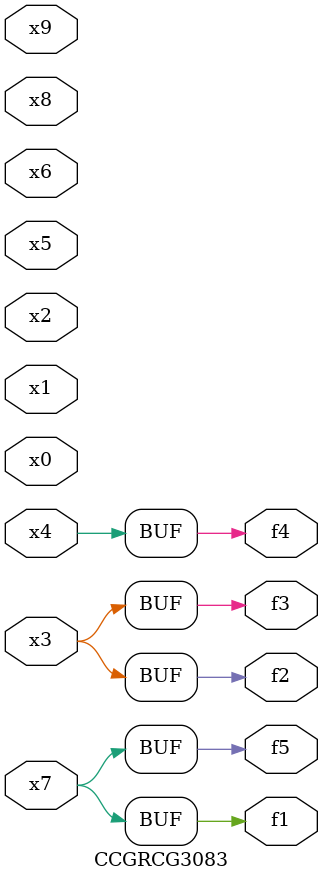
<source format=v>
module CCGRCG3083(
	input x0, x1, x2, x3, x4, x5, x6, x7, x8, x9,
	output f1, f2, f3, f4, f5
);
	assign f1 = x7;
	assign f2 = x3;
	assign f3 = x3;
	assign f4 = x4;
	assign f5 = x7;
endmodule

</source>
